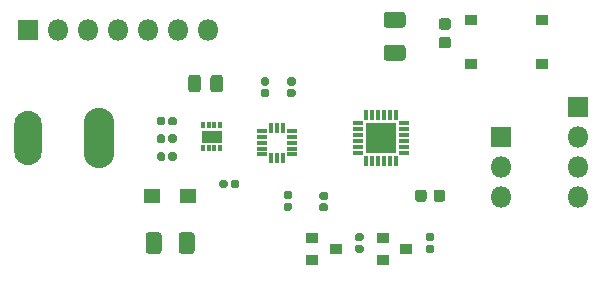
<source format=gbr>
%TF.GenerationSoftware,KiCad,Pcbnew,(5.1.6)-1*%
%TF.CreationDate,2020-10-18T09:30:19-05:00*%
%TF.ProjectId,TackleSensorPCB,5461636b-6c65-4536-956e-736f72504342,rev?*%
%TF.SameCoordinates,Original*%
%TF.FileFunction,Soldermask,Top*%
%TF.FilePolarity,Negative*%
%FSLAX46Y46*%
G04 Gerber Fmt 4.6, Leading zero omitted, Abs format (unit mm)*
G04 Created by KiCad (PCBNEW (5.1.6)-1) date 2020-10-18 09:30:19*
%MOMM*%
%LPD*%
G01*
G04 APERTURE LIST*
%ADD10O,1.800000X1.800000*%
%ADD11R,1.800000X1.800000*%
%ADD12R,0.404800X0.963600*%
%ADD13R,0.963600X0.404800*%
%ADD14R,2.550000X2.550000*%
%ADD15R,0.370000X0.960000*%
%ADD16R,0.960000X0.370000*%
%ADD17R,0.350000X0.600000*%
%ADD18R,1.700000X1.000000*%
%ADD19R,1.100000X0.850000*%
%ADD20R,1.000000X0.900000*%
%ADD21O,2.350000X4.600000*%
%ADD22O,2.600000X5.100000*%
%ADD23R,1.350000X1.260000*%
G04 APERTURE END LIST*
%TO.C,D1*%
G36*
G01*
X123531250Y-61950000D02*
X122968750Y-61950000D01*
G75*
G02*
X122725000Y-61706250I0J243750D01*
G01*
X122725000Y-61218750D01*
G75*
G02*
X122968750Y-60975000I243750J0D01*
G01*
X123531250Y-60975000D01*
G75*
G02*
X123775000Y-61218750I0J-243750D01*
G01*
X123775000Y-61706250D01*
G75*
G02*
X123531250Y-61950000I-243750J0D01*
G01*
G37*
G36*
G01*
X123531250Y-63525000D02*
X122968750Y-63525000D01*
G75*
G02*
X122725000Y-63281250I0J243750D01*
G01*
X122725000Y-62793750D01*
G75*
G02*
X122968750Y-62550000I243750J0D01*
G01*
X123531250Y-62550000D01*
G75*
G02*
X123775000Y-62793750I0J-243750D01*
G01*
X123775000Y-63281250D01*
G75*
G02*
X123531250Y-63525000I-243750J0D01*
G01*
G37*
%TD*%
D10*
%TO.C,J4*%
X103240000Y-62000000D03*
X100700000Y-62000000D03*
X98160000Y-62000000D03*
X95620000Y-62000000D03*
X93080000Y-62000000D03*
X90540000Y-62000000D03*
D11*
X88000000Y-62000000D03*
%TD*%
D12*
%TO.C,U3*%
X108492000Y-70230000D03*
X109000000Y-70230000D03*
X109508000Y-70230000D03*
D13*
X110270000Y-70509400D03*
X110270000Y-70992000D03*
X110270000Y-71500000D03*
X110270000Y-72008000D03*
X110270000Y-72490600D03*
D12*
X109508000Y-72770000D03*
X109000000Y-72770000D03*
X108492000Y-72770000D03*
D13*
X107730000Y-72490600D03*
X107730000Y-72008000D03*
X107730000Y-71500000D03*
X107730000Y-70992000D03*
X107730000Y-70509400D03*
%TD*%
D14*
%TO.C,U2*%
X117840000Y-71120000D03*
D15*
X119090000Y-73055000D03*
X118590000Y-73055000D03*
X118090000Y-73055000D03*
X117590000Y-73055000D03*
X117090000Y-73055000D03*
X116590000Y-73055000D03*
X116590000Y-69185000D03*
X117090000Y-69185000D03*
X117590000Y-69185000D03*
X118090000Y-69185000D03*
X118590000Y-69185000D03*
X119090000Y-69185000D03*
D16*
X119775000Y-69870000D03*
X119775000Y-70370000D03*
X119775000Y-70870000D03*
X119775000Y-71370000D03*
X119775000Y-71870000D03*
X119775000Y-72370000D03*
X115905000Y-72370000D03*
X115905000Y-71870000D03*
X115905000Y-71370000D03*
X115905000Y-70870000D03*
X115905000Y-70370000D03*
X115905000Y-69870000D03*
%TD*%
D17*
%TO.C,U1*%
X103750000Y-70050000D03*
X104250000Y-70050000D03*
X104250000Y-71950000D03*
X103250000Y-71950000D03*
X102750000Y-71950000D03*
D18*
X103500000Y-71000000D03*
D17*
X102750000Y-70050000D03*
X103250000Y-70050000D03*
X103750000Y-71950000D03*
%TD*%
D19*
%TO.C,Test*%
X131500000Y-64875000D03*
X125500000Y-64875000D03*
X131500000Y-61125000D03*
X125500000Y-61125000D03*
%TD*%
%TO.C,R7*%
G36*
G01*
X121802500Y-80140000D02*
X122197500Y-80140000D01*
G75*
G02*
X122370000Y-80312500I0J-172500D01*
G01*
X122370000Y-80657500D01*
G75*
G02*
X122197500Y-80830000I-172500J0D01*
G01*
X121802500Y-80830000D01*
G75*
G02*
X121630000Y-80657500I0J172500D01*
G01*
X121630000Y-80312500D01*
G75*
G02*
X121802500Y-80140000I172500J0D01*
G01*
G37*
G36*
G01*
X121802500Y-79170000D02*
X122197500Y-79170000D01*
G75*
G02*
X122370000Y-79342500I0J-172500D01*
G01*
X122370000Y-79687500D01*
G75*
G02*
X122197500Y-79860000I-172500J0D01*
G01*
X121802500Y-79860000D01*
G75*
G02*
X121630000Y-79687500I0J172500D01*
G01*
X121630000Y-79342500D01*
G75*
G02*
X121802500Y-79170000I172500J0D01*
G01*
G37*
%TD*%
%TO.C,R6*%
G36*
G01*
X115802500Y-80140000D02*
X116197500Y-80140000D01*
G75*
G02*
X116370000Y-80312500I0J-172500D01*
G01*
X116370000Y-80657500D01*
G75*
G02*
X116197500Y-80830000I-172500J0D01*
G01*
X115802500Y-80830000D01*
G75*
G02*
X115630000Y-80657500I0J172500D01*
G01*
X115630000Y-80312500D01*
G75*
G02*
X115802500Y-80140000I172500J0D01*
G01*
G37*
G36*
G01*
X115802500Y-79170000D02*
X116197500Y-79170000D01*
G75*
G02*
X116370000Y-79342500I0J-172500D01*
G01*
X116370000Y-79687500D01*
G75*
G02*
X116197500Y-79860000I-172500J0D01*
G01*
X115802500Y-79860000D01*
G75*
G02*
X115630000Y-79687500I0J172500D01*
G01*
X115630000Y-79342500D01*
G75*
G02*
X115802500Y-79170000I172500J0D01*
G01*
G37*
%TD*%
%TO.C,R5*%
G36*
G01*
X121700000Y-75718750D02*
X121700000Y-76281250D01*
G75*
G02*
X121456250Y-76525000I-243750J0D01*
G01*
X120968750Y-76525000D01*
G75*
G02*
X120725000Y-76281250I0J243750D01*
G01*
X120725000Y-75718750D01*
G75*
G02*
X120968750Y-75475000I243750J0D01*
G01*
X121456250Y-75475000D01*
G75*
G02*
X121700000Y-75718750I0J-243750D01*
G01*
G37*
G36*
G01*
X123275000Y-75718750D02*
X123275000Y-76281250D01*
G75*
G02*
X123031250Y-76525000I-243750J0D01*
G01*
X122543750Y-76525000D01*
G75*
G02*
X122300000Y-76281250I0J243750D01*
G01*
X122300000Y-75718750D01*
G75*
G02*
X122543750Y-75475000I243750J0D01*
G01*
X123031250Y-75475000D01*
G75*
G02*
X123275000Y-75718750I0J-243750D01*
G01*
G37*
%TD*%
%TO.C,R4*%
G36*
G01*
X119655000Y-61775000D02*
X118345000Y-61775000D01*
G75*
G02*
X118075000Y-61505000I0J270000D01*
G01*
X118075000Y-60695000D01*
G75*
G02*
X118345000Y-60425000I270000J0D01*
G01*
X119655000Y-60425000D01*
G75*
G02*
X119925000Y-60695000I0J-270000D01*
G01*
X119925000Y-61505000D01*
G75*
G02*
X119655000Y-61775000I-270000J0D01*
G01*
G37*
G36*
G01*
X119655000Y-64575000D02*
X118345000Y-64575000D01*
G75*
G02*
X118075000Y-64305000I0J270000D01*
G01*
X118075000Y-63495000D01*
G75*
G02*
X118345000Y-63225000I270000J0D01*
G01*
X119655000Y-63225000D01*
G75*
G02*
X119925000Y-63495000I0J-270000D01*
G01*
X119925000Y-64305000D01*
G75*
G02*
X119655000Y-64575000I-270000J0D01*
G01*
G37*
%TD*%
%TO.C,R3*%
G36*
G01*
X107832500Y-66950000D02*
X108227500Y-66950000D01*
G75*
G02*
X108400000Y-67122500I0J-172500D01*
G01*
X108400000Y-67467500D01*
G75*
G02*
X108227500Y-67640000I-172500J0D01*
G01*
X107832500Y-67640000D01*
G75*
G02*
X107660000Y-67467500I0J172500D01*
G01*
X107660000Y-67122500D01*
G75*
G02*
X107832500Y-66950000I172500J0D01*
G01*
G37*
G36*
G01*
X107832500Y-65980000D02*
X108227500Y-65980000D01*
G75*
G02*
X108400000Y-66152500I0J-172500D01*
G01*
X108400000Y-66497500D01*
G75*
G02*
X108227500Y-66670000I-172500J0D01*
G01*
X107832500Y-66670000D01*
G75*
G02*
X107660000Y-66497500I0J172500D01*
G01*
X107660000Y-66152500D01*
G75*
G02*
X107832500Y-65980000I172500J0D01*
G01*
G37*
%TD*%
%TO.C,R2*%
G36*
G01*
X110167500Y-76290000D02*
X109772500Y-76290000D01*
G75*
G02*
X109600000Y-76117500I0J172500D01*
G01*
X109600000Y-75772500D01*
G75*
G02*
X109772500Y-75600000I172500J0D01*
G01*
X110167500Y-75600000D01*
G75*
G02*
X110340000Y-75772500I0J-172500D01*
G01*
X110340000Y-76117500D01*
G75*
G02*
X110167500Y-76290000I-172500J0D01*
G01*
G37*
G36*
G01*
X110167500Y-77260000D02*
X109772500Y-77260000D01*
G75*
G02*
X109600000Y-77087500I0J172500D01*
G01*
X109600000Y-76742500D01*
G75*
G02*
X109772500Y-76570000I172500J0D01*
G01*
X110167500Y-76570000D01*
G75*
G02*
X110340000Y-76742500I0J-172500D01*
G01*
X110340000Y-77087500D01*
G75*
G02*
X110167500Y-77260000I-172500J0D01*
G01*
G37*
%TD*%
%TO.C,R1*%
G36*
G01*
X113197500Y-76360000D02*
X112802500Y-76360000D01*
G75*
G02*
X112630000Y-76187500I0J172500D01*
G01*
X112630000Y-75842500D01*
G75*
G02*
X112802500Y-75670000I172500J0D01*
G01*
X113197500Y-75670000D01*
G75*
G02*
X113370000Y-75842500I0J-172500D01*
G01*
X113370000Y-76187500D01*
G75*
G02*
X113197500Y-76360000I-172500J0D01*
G01*
G37*
G36*
G01*
X113197500Y-77330000D02*
X112802500Y-77330000D01*
G75*
G02*
X112630000Y-77157500I0J172500D01*
G01*
X112630000Y-76812500D01*
G75*
G02*
X112802500Y-76640000I172500J0D01*
G01*
X113197500Y-76640000D01*
G75*
G02*
X113370000Y-76812500I0J-172500D01*
G01*
X113370000Y-77157500D01*
G75*
G02*
X113197500Y-77330000I-172500J0D01*
G01*
G37*
%TD*%
D20*
%TO.C,Q2*%
X120000000Y-80500000D03*
X118000000Y-81450000D03*
X118000000Y-79550000D03*
%TD*%
%TO.C,Q1*%
X114000000Y-80500000D03*
X112000000Y-81450000D03*
X112000000Y-79550000D03*
%TD*%
%TO.C,L1*%
G36*
G01*
X102600000Y-66018750D02*
X102600000Y-66981250D01*
G75*
G02*
X102331250Y-67250000I-268750J0D01*
G01*
X101793750Y-67250000D01*
G75*
G02*
X101525000Y-66981250I0J268750D01*
G01*
X101525000Y-66018750D01*
G75*
G02*
X101793750Y-65750000I268750J0D01*
G01*
X102331250Y-65750000D01*
G75*
G02*
X102600000Y-66018750I0J-268750D01*
G01*
G37*
G36*
G01*
X104475000Y-66018750D02*
X104475000Y-66981250D01*
G75*
G02*
X104206250Y-67250000I-268750J0D01*
G01*
X103668750Y-67250000D01*
G75*
G02*
X103400000Y-66981250I0J268750D01*
G01*
X103400000Y-66018750D01*
G75*
G02*
X103668750Y-65750000I268750J0D01*
G01*
X104206250Y-65750000D01*
G75*
G02*
X104475000Y-66018750I0J-268750D01*
G01*
G37*
%TD*%
D10*
%TO.C,J3*%
X134500000Y-76120000D03*
X134500000Y-73580000D03*
X134500000Y-71040000D03*
D11*
X134500000Y-68500000D03*
%TD*%
D10*
%TO.C,J2*%
X128000000Y-76120000D03*
X128000000Y-73580000D03*
D11*
X128000000Y-71040000D03*
%TD*%
D21*
%TO.C,J1*%
X87980000Y-71120000D03*
D22*
X93980000Y-71120000D03*
%TD*%
%TO.C,F1*%
G36*
G01*
X100725000Y-80655000D02*
X100725000Y-79345000D01*
G75*
G02*
X100995000Y-79075000I270000J0D01*
G01*
X101805000Y-79075000D01*
G75*
G02*
X102075000Y-79345000I0J-270000D01*
G01*
X102075000Y-80655000D01*
G75*
G02*
X101805000Y-80925000I-270000J0D01*
G01*
X100995000Y-80925000D01*
G75*
G02*
X100725000Y-80655000I0J270000D01*
G01*
G37*
G36*
G01*
X97925000Y-80655000D02*
X97925000Y-79345000D01*
G75*
G02*
X98195000Y-79075000I270000J0D01*
G01*
X99005000Y-79075000D01*
G75*
G02*
X99275000Y-79345000I0J-270000D01*
G01*
X99275000Y-80655000D01*
G75*
G02*
X99005000Y-80925000I-270000J0D01*
G01*
X98195000Y-80925000D01*
G75*
G02*
X97925000Y-80655000I0J270000D01*
G01*
G37*
%TD*%
D23*
%TO.C,D2*%
X98470000Y-76000000D03*
X101530000Y-76000000D03*
%TD*%
%TO.C,C5*%
G36*
G01*
X110447500Y-66670000D02*
X110052500Y-66670000D01*
G75*
G02*
X109880000Y-66497500I0J172500D01*
G01*
X109880000Y-66152500D01*
G75*
G02*
X110052500Y-65980000I172500J0D01*
G01*
X110447500Y-65980000D01*
G75*
G02*
X110620000Y-66152500I0J-172500D01*
G01*
X110620000Y-66497500D01*
G75*
G02*
X110447500Y-66670000I-172500J0D01*
G01*
G37*
G36*
G01*
X110447500Y-67640000D02*
X110052500Y-67640000D01*
G75*
G02*
X109880000Y-67467500I0J172500D01*
G01*
X109880000Y-67122500D01*
G75*
G02*
X110052500Y-66950000I172500J0D01*
G01*
X110447500Y-66950000D01*
G75*
G02*
X110620000Y-67122500I0J-172500D01*
G01*
X110620000Y-67467500D01*
G75*
G02*
X110447500Y-67640000I-172500J0D01*
G01*
G37*
%TD*%
%TO.C,C4*%
G36*
G01*
X99570000Y-72482500D02*
X99570000Y-72877500D01*
G75*
G02*
X99397500Y-73050000I-172500J0D01*
G01*
X99052500Y-73050000D01*
G75*
G02*
X98880000Y-72877500I0J172500D01*
G01*
X98880000Y-72482500D01*
G75*
G02*
X99052500Y-72310000I172500J0D01*
G01*
X99397500Y-72310000D01*
G75*
G02*
X99570000Y-72482500I0J-172500D01*
G01*
G37*
G36*
G01*
X100540000Y-72482500D02*
X100540000Y-72877500D01*
G75*
G02*
X100367500Y-73050000I-172500J0D01*
G01*
X100022500Y-73050000D01*
G75*
G02*
X99850000Y-72877500I0J172500D01*
G01*
X99850000Y-72482500D01*
G75*
G02*
X100022500Y-72310000I172500J0D01*
G01*
X100367500Y-72310000D01*
G75*
G02*
X100540000Y-72482500I0J-172500D01*
G01*
G37*
%TD*%
%TO.C,C3*%
G36*
G01*
X99570000Y-70982500D02*
X99570000Y-71377500D01*
G75*
G02*
X99397500Y-71550000I-172500J0D01*
G01*
X99052500Y-71550000D01*
G75*
G02*
X98880000Y-71377500I0J172500D01*
G01*
X98880000Y-70982500D01*
G75*
G02*
X99052500Y-70810000I172500J0D01*
G01*
X99397500Y-70810000D01*
G75*
G02*
X99570000Y-70982500I0J-172500D01*
G01*
G37*
G36*
G01*
X100540000Y-70982500D02*
X100540000Y-71377500D01*
G75*
G02*
X100367500Y-71550000I-172500J0D01*
G01*
X100022500Y-71550000D01*
G75*
G02*
X99850000Y-71377500I0J172500D01*
G01*
X99850000Y-70982500D01*
G75*
G02*
X100022500Y-70810000I172500J0D01*
G01*
X100367500Y-70810000D01*
G75*
G02*
X100540000Y-70982500I0J-172500D01*
G01*
G37*
%TD*%
%TO.C,C2*%
G36*
G01*
X99570000Y-69482500D02*
X99570000Y-69877500D01*
G75*
G02*
X99397500Y-70050000I-172500J0D01*
G01*
X99052500Y-70050000D01*
G75*
G02*
X98880000Y-69877500I0J172500D01*
G01*
X98880000Y-69482500D01*
G75*
G02*
X99052500Y-69310000I172500J0D01*
G01*
X99397500Y-69310000D01*
G75*
G02*
X99570000Y-69482500I0J-172500D01*
G01*
G37*
G36*
G01*
X100540000Y-69482500D02*
X100540000Y-69877500D01*
G75*
G02*
X100367500Y-70050000I-172500J0D01*
G01*
X100022500Y-70050000D01*
G75*
G02*
X99850000Y-69877500I0J172500D01*
G01*
X99850000Y-69482500D01*
G75*
G02*
X100022500Y-69310000I172500J0D01*
G01*
X100367500Y-69310000D01*
G75*
G02*
X100540000Y-69482500I0J-172500D01*
G01*
G37*
%TD*%
%TO.C,C1*%
G36*
G01*
X105140000Y-75197500D02*
X105140000Y-74802500D01*
G75*
G02*
X105312500Y-74630000I172500J0D01*
G01*
X105657500Y-74630000D01*
G75*
G02*
X105830000Y-74802500I0J-172500D01*
G01*
X105830000Y-75197500D01*
G75*
G02*
X105657500Y-75370000I-172500J0D01*
G01*
X105312500Y-75370000D01*
G75*
G02*
X105140000Y-75197500I0J172500D01*
G01*
G37*
G36*
G01*
X104170000Y-75197500D02*
X104170000Y-74802500D01*
G75*
G02*
X104342500Y-74630000I172500J0D01*
G01*
X104687500Y-74630000D01*
G75*
G02*
X104860000Y-74802500I0J-172500D01*
G01*
X104860000Y-75197500D01*
G75*
G02*
X104687500Y-75370000I-172500J0D01*
G01*
X104342500Y-75370000D01*
G75*
G02*
X104170000Y-75197500I0J172500D01*
G01*
G37*
%TD*%
M02*

</source>
